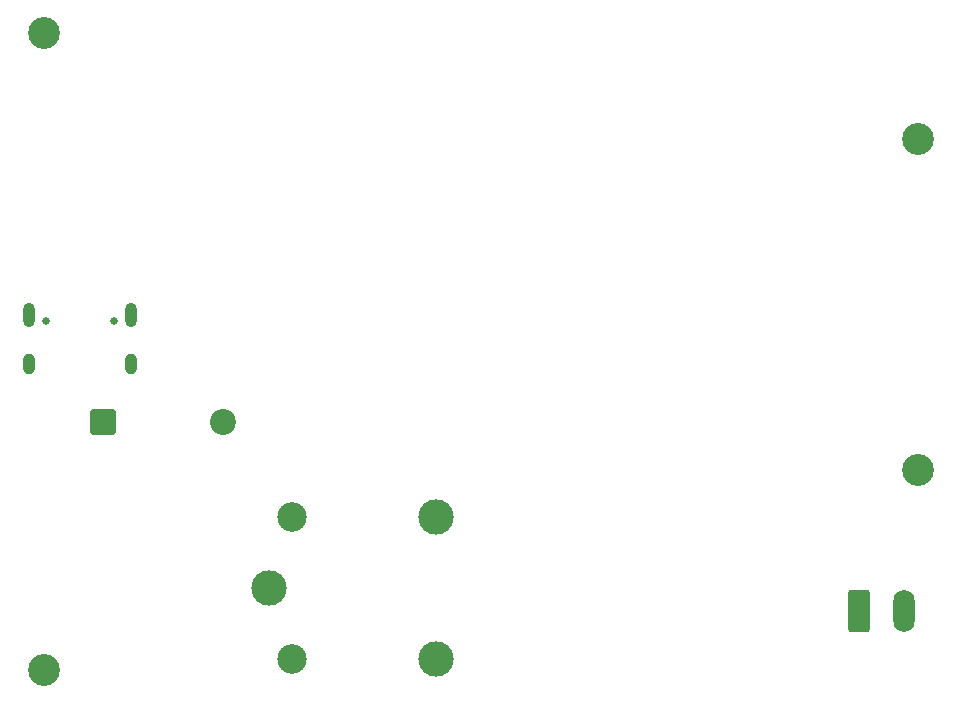
<source format=gbs>
%TF.GenerationSoftware,KiCad,Pcbnew,9.0.7*%
%TF.CreationDate,2026-02-12T17:34:39-06:00*%
%TF.ProjectId,ESP32_Simple_IoT,45535033-325f-4536-996d-706c655f496f,rev?*%
%TF.SameCoordinates,Original*%
%TF.FileFunction,Soldermask,Bot*%
%TF.FilePolarity,Negative*%
%FSLAX46Y46*%
G04 Gerber Fmt 4.6, Leading zero omitted, Abs format (unit mm)*
G04 Created by KiCad (PCBNEW 9.0.7) date 2026-02-12 17:34:39*
%MOMM*%
%LPD*%
G01*
G04 APERTURE LIST*
G04 Aperture macros list*
%AMRoundRect*
0 Rectangle with rounded corners*
0 $1 Rounding radius*
0 $2 $3 $4 $5 $6 $7 $8 $9 X,Y pos of 4 corners*
0 Add a 4 corners polygon primitive as box body*
4,1,4,$2,$3,$4,$5,$6,$7,$8,$9,$2,$3,0*
0 Add four circle primitives for the rounded corners*
1,1,$1+$1,$2,$3*
1,1,$1+$1,$4,$5*
1,1,$1+$1,$6,$7*
1,1,$1+$1,$8,$9*
0 Add four rect primitives between the rounded corners*
20,1,$1+$1,$2,$3,$4,$5,0*
20,1,$1+$1,$4,$5,$6,$7,0*
20,1,$1+$1,$6,$7,$8,$9,0*
20,1,$1+$1,$8,$9,$2,$3,0*%
G04 Aperture macros list end*
%ADD10C,2.700000*%
%ADD11C,3.000000*%
%ADD12C,2.500000*%
%ADD13RoundRect,0.249999X-0.850001X-0.850001X0.850001X-0.850001X0.850001X0.850001X-0.850001X0.850001X0*%
%ADD14C,2.200000*%
%ADD15RoundRect,0.250000X-0.650000X-1.550000X0.650000X-1.550000X0.650000X1.550000X-0.650000X1.550000X0*%
%ADD16O,1.800000X3.600000*%
%ADD17C,0.650000*%
%ADD18O,1.000000X2.100000*%
%ADD19O,1.000000X1.800000*%
G04 APERTURE END LIST*
D10*
%TO.C,H2*%
X77000000Y-12000000D03*
%TD*%
%TO.C,H4*%
X77000000Y-40000000D03*
%TD*%
D11*
%TO.C,K1*%
X22000000Y-50000000D03*
D12*
X23950000Y-56050000D03*
D11*
X36150000Y-56050000D03*
X36200000Y-44000000D03*
D12*
X23950000Y-44050000D03*
%TD*%
D13*
%TO.C,D1*%
X8000000Y-36000000D03*
D14*
X18160000Y-36000000D03*
%TD*%
D15*
%TO.C,J2*%
X72000000Y-52000000D03*
D16*
X75810000Y-52000000D03*
%TD*%
D17*
%TO.C,J1*%
X3110000Y-27395000D03*
X8890000Y-27395000D03*
D18*
X1680000Y-26895000D03*
D19*
X1680000Y-31075000D03*
D18*
X10320000Y-26895000D03*
D19*
X10320000Y-31075000D03*
%TD*%
D10*
%TO.C,H3*%
X3000000Y-57000000D03*
%TD*%
%TO.C,H1*%
X3000000Y-3000000D03*
%TD*%
M02*

</source>
